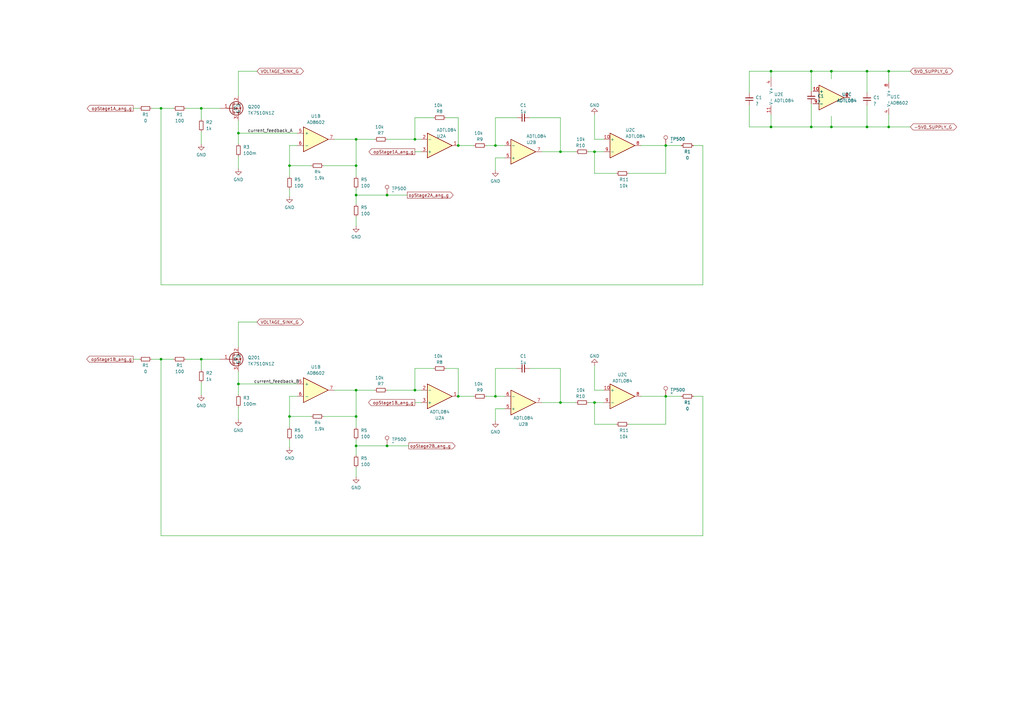
<source format=kicad_sch>
(kicad_sch (version 20230121) (generator eeschema)
  (paper "A3")
  (lib_symbols
    (symbol "ADTL084_1" (pin_names (offset 0.127))
      (property "Reference" "U" (at 2.54 6.35 0))
      (property "Value" "ADTL084" (at 2.54 3.81 0))
      (symbol "ADTL084_1_1_1"
        (polyline (pts (xy 5.08 0) (xy -5.08 5.08) (xy -5.08 -5.08) (xy 5.08 0)) (stroke (width 0.254)) (fill (type background)))
        (pin output line (at 7.62 0 180) (length 2.54) (name "~") (number "1"))
        (pin input line (at -7.62 -2.54 0) (length 2.54) (name "-") (number "2"))
        (pin input line (at -7.62 2.54 0) (length 2.54) (name "+") (number "3"))
      )
      (symbol "ADTL084_1_2_1"
        (polyline (pts (xy -5.08 5.08) (xy -5.08 -5.08) (xy 5.08 0) (xy -5.08 5.08)) (stroke (width 0.254)) (fill (type background)))
        (pin input line (at -7.62 2.54 0) (length 2.54) (name "+") (number "5"))
        (pin input line (at -7.62 -2.54 0) (length 2.54) (name "-") (number "6"))
        (pin output line (at 7.62 0 180) (length 2.54) (name "~") (number "7"))
      )
      (symbol "ADTL084_1_3_1"
        (polyline (pts (xy 5.08 0) (xy -5.08 5.08) (xy -5.08 -5.08) (xy 5.08 0)) (stroke (width 0.254)) (fill (type background)))
        (pin input line (at -7.62 2.54 0) (length 2.54) (name "+") (number "10"))
        (pin output line (at 7.62 0 180) (length 2.54) (name "~") (number "8"))
        (pin input line (at -7.62 -2.54 0) (length 2.54) (name "-") (number "9"))
      )
      (symbol "ADTL084_1_4_1"
        (polyline (pts (xy -5.08 5.08) (xy 5.08 0) (xy -5.08 -5.08) (xy -5.08 5.08)) (stroke (width 0.254)) (fill (type background)))
        (pin input line (at -7.62 2.54 0) (length 2.54) (name "+") (number "12"))
        (pin input line (at -7.62 -2.54 0) (length 2.54) (name "-") (number "13"))
        (pin output line (at 7.62 0 180) (length 2.54) (name "~") (number "14"))
      )
      (symbol "ADTL084_1_5_1"
        (pin power_in line (at 0 -7.62 90) (length 3.81) (name "V-") (number "11"))
        (pin power_in line (at 0 7.62 270) (length 3.81) (name "V+") (number "4"))
      )
    )
    (symbol "ADTL084_2" (pin_names (offset 0.127))
      (property "Reference" "U201" (at 1.27 0.635 0))
      (property "Value" "ADTL084" (at 1.27 -1.905 0))
      (symbol "ADTL084_2_1_1"
        (polyline (pts (xy 5.08 0) (xy -5.08 5.08) (xy -5.08 -5.08) (xy 5.08 0)) (stroke (width 0.254)) (fill (type background)))
        (pin output line (at 7.62 0 180) (length 2.54) (name "~") (number "1"))
        (pin no_connect line (at 0 2.54 270) (length 2.54) hide (name "NIC") (number "13"))
        (pin no_connect line (at 0 -2.54 90) (length 2.54) hide (name "NIC") (number "16"))
        (pin input line (at -7.62 -2.54 0) (length 2.54) (name "-") (number "2"))
        (pin input line (at -7.62 2.54 0) (length 2.54) (name "+") (number "3"))
      )
      (symbol "ADTL084_2_2_1"
        (polyline (pts (xy -5.08 5.08) (xy -5.08 -5.08) (xy 5.08 0) (xy -5.08 5.08)) (stroke (width 0.254)) (fill (type background)))
        (pin input line (at -7.62 2.54 0) (length 2.54) (name "+") (number "5"))
        (pin input line (at -7.62 -2.54 0) (length 2.54) (name "-") (number "6"))
        (pin output line (at 7.62 0 180) (length 2.54) (name "~") (number "7"))
      )
      (symbol "ADTL084_2_3_1"
        (polyline (pts (xy 5.08 0) (xy -5.08 5.08) (xy -5.08 -5.08) (xy 5.08 0)) (stroke (width 0.254)) (fill (type background)))
        (pin input line (at -7.62 2.54 0) (length 2.54) (name "+") (number "10"))
        (pin output line (at 7.62 0 180) (length 2.54) (name "~") (number "8"))
        (pin input line (at -7.62 -2.54 0) (length 2.54) (name "-") (number "9"))
      )
      (symbol "ADTL084_2_4_1"
        (polyline (pts (xy -5.08 5.08) (xy 5.08 0) (xy -5.08 -5.08) (xy -5.08 5.08)) (stroke (width 0.254)) (fill (type background)))
        (pin input line (at -7.62 2.54 0) (length 2.54) (name "+") (number "12"))
        (pin input line (at -7.62 -2.54 0) (length 2.54) (name "-") (number "13"))
        (pin output line (at 7.62 0 180) (length 2.54) (name "~") (number "14"))
      )
      (symbol "ADTL084_2_5_1"
        (pin power_in line (at 0 -7.62 90) (length 3.81) (name "V-") (number "11"))
        (pin power_in line (at 0 7.62 270) (length 3.81) (name "V+") (number "4"))
      )
    )
    (symbol "ADTL084_3" (pin_names (offset 0.127))
      (property "Reference" "U201" (at 1.27 0.635 0))
      (property "Value" "ADTL084" (at 1.27 -1.905 0))
      (symbol "ADTL084_3_1_1"
        (polyline (pts (xy 5.08 0) (xy -5.08 5.08) (xy -5.08 -5.08) (xy 5.08 0)) (stroke (width 0.254)) (fill (type background)))
        (pin output line (at 7.62 0 180) (length 2.54) (name "~") (number "1"))
        (pin no_connect line (at 0 2.54 270) (length 2.54) hide (name "NIC") (number "13"))
        (pin no_connect line (at 0 -2.54 90) (length 2.54) hide (name "NIC") (number "16"))
        (pin input line (at -7.62 -2.54 0) (length 2.54) (name "-") (number "2"))
        (pin input line (at -7.62 2.54 0) (length 2.54) (name "+") (number "3"))
      )
      (symbol "ADTL084_3_2_1"
        (polyline (pts (xy -5.08 5.08) (xy -5.08 -5.08) (xy 5.08 0) (xy -5.08 5.08)) (stroke (width 0.254)) (fill (type background)))
        (pin input line (at -7.62 2.54 0) (length 2.54) (name "+") (number "5"))
        (pin input line (at -7.62 -2.54 0) (length 2.54) (name "-") (number "6"))
        (pin output line (at 7.62 0 180) (length 2.54) (name "~") (number "7"))
      )
      (symbol "ADTL084_3_3_1"
        (polyline (pts (xy 5.08 0) (xy -5.08 5.08) (xy -5.08 -5.08) (xy 5.08 0)) (stroke (width 0.254)) (fill (type background)))
        (pin input line (at -7.62 2.54 0) (length 2.54) (name "+") (number "10"))
        (pin output line (at 7.62 0 180) (length 2.54) (name "~") (number "8"))
        (pin input line (at -7.62 -2.54 0) (length 2.54) (name "-") (number "9"))
      )
      (symbol "ADTL084_3_4_1"
        (polyline (pts (xy -5.08 5.08) (xy 5.08 0) (xy -5.08 -5.08) (xy -5.08 5.08)) (stroke (width 0.254)) (fill (type background)))
        (pin input line (at -7.62 2.54 0) (length 2.54) (name "+") (number "12"))
        (pin input line (at -7.62 -2.54 0) (length 2.54) (name "-") (number "13"))
        (pin output line (at 7.62 0 180) (length 2.54) (name "~") (number "14"))
      )
      (symbol "ADTL084_3_5_1"
        (pin power_in line (at 0 -7.62 90) (length 3.81) (name "V-") (number "11"))
        (pin power_in line (at 0 7.62 270) (length 3.81) (name "V+") (number "4"))
      )
    )
    (symbol "ADTL084_4" (pin_names (offset 0.127))
      (property "Reference" "U" (at 2.54 6.35 0))
      (property "Value" "ADTL084" (at 2.54 3.81 0))
      (symbol "ADTL084_4_1_1"
        (polyline (pts (xy 5.08 0) (xy -5.08 5.08) (xy -5.08 -5.08) (xy 5.08 0)) (stroke (width 0.254)) (fill (type background)))
        (pin output line (at 7.62 0 180) (length 2.54) (name "~") (number "1"))
        (pin no_connect line (at 0 2.54 270) (length 2.54) hide (name "NIC") (number "13"))
        (pin no_connect line (at 0 -2.54 90) (length 2.54) hide (name "NIC") (number "16"))
        (pin input line (at -7.62 -2.54 0) (length 2.54) (name "-") (number "2"))
        (pin input line (at -7.62 2.54 0) (length 2.54) (name "+") (number "3"))
      )
      (symbol "ADTL084_4_2_1"
        (polyline (pts (xy -5.08 5.08) (xy -5.08 -5.08) (xy 5.08 0) (xy -5.08 5.08)) (stroke (width 0.254)) (fill (type background)))
        (pin input line (at -7.62 2.54 0) (length 2.54) (name "+") (number "5"))
        (pin input line (at -7.62 -2.54 0) (length 2.54) (name "-") (number "6"))
        (pin output line (at 7.62 0 180) (length 2.54) (name "~") (number "7"))
      )
      (symbol "ADTL084_4_3_1"
        (polyline (pts (xy 5.08 0) (xy -5.08 5.08) (xy -5.08 -5.08) (xy 5.08 0)) (stroke (width 0.254)) (fill (type background)))
        (pin input line (at -7.62 2.54 0) (length 2.54) (name "+") (number "10"))
        (pin output line (at 7.62 0 180) (length 2.54) (name "~") (number "8"))
        (pin input line (at -7.62 -2.54 0) (length 2.54) (name "-") (number "9"))
      )
      (symbol "ADTL084_4_4_1"
        (polyline (pts (xy -5.08 5.08) (xy 5.08 0) (xy -5.08 -5.08) (xy -5.08 5.08)) (stroke (width 0.254)) (fill (type background)))
        (pin input line (at -7.62 2.54 0) (length 2.54) (name "+") (number "12"))
        (pin input line (at -7.62 -2.54 0) (length 2.54) (name "-") (number "13"))
        (pin output line (at 7.62 0 180) (length 2.54) (name "~") (number "14"))
      )
      (symbol "ADTL084_4_5_1"
        (pin power_in line (at 0 -7.62 90) (length 3.81) (name "V-") (number "11"))
        (pin power_in line (at 0 7.62 270) (length 3.81) (name "V+") (number "4"))
      )
    )
    (symbol "ADTL084_5" (pin_names (offset 0.127))
      (property "Reference" "U" (at 2.54 6.35 0))
      (property "Value" "ADTL084" (at 2.54 3.81 0))
      (symbol "ADTL084_5_1_1"
        (polyline (pts (xy 5.08 0) (xy -5.08 5.08) (xy -5.08 -5.08) (xy 5.08 0)) (stroke (width 0.254)) (fill (type background)))
        (pin output line (at 7.62 0 180) (length 2.54) (name "~") (number "1"))
        (pin no_connect line (at 0 2.54 270) (length 2.54) hide (name "NIC") (number "13"))
        (pin no_connect line (at 0 -2.54 90) (length 2.54) hide (name "NIC") (number "16"))
        (pin input line (at -7.62 -2.54 0) (length 2.54) (name "-") (number "2"))
        (pin input line (at -7.62 2.54 0) (length 2.54) (name "+") (number "3"))
      )
      (symbol "ADTL084_5_2_1"
        (polyline (pts (xy -5.08 5.08) (xy -5.08 -5.08) (xy 5.08 0) (xy -5.08 5.08)) (stroke (width 0.254)) (fill (type background)))
        (pin input line (at -7.62 2.54 0) (length 2.54) (name "+") (number "5"))
        (pin input line (at -7.62 -2.54 0) (length 2.54) (name "-") (number "6"))
        (pin output line (at 7.62 0 180) (length 2.54) (name "~") (number "7"))
      )
      (symbol "ADTL084_5_3_1"
        (polyline (pts (xy 5.08 0) (xy -5.08 5.08) (xy -5.08 -5.08) (xy 5.08 0)) (stroke (width 0.254)) (fill (type background)))
        (pin input line (at -7.62 2.54 0) (length 2.54) (name "+") (number "10"))
        (pin output line (at 7.62 0 180) (length 2.54) (name "~") (number "8"))
        (pin input line (at -7.62 -2.54 0) (length 2.54) (name "-") (number "9"))
      )
      (symbol "ADTL084_5_4_1"
        (polyline (pts (xy -5.08 5.08) (xy 5.08 0) (xy -5.08 -5.08) (xy -5.08 5.08)) (stroke (width 0.254)) (fill (type background)))
        (pin input line (at -7.62 2.54 0) (length 2.54) (name "+") (number "12"))
        (pin input line (at -7.62 -2.54 0) (length 2.54) (name "-") (number "13"))
        (pin output line (at 7.62 0 180) (length 2.54) (name "~") (number "14"))
      )
      (symbol "ADTL084_5_5_1"
        (pin power_in line (at 0 -7.62 90) (length 3.81) (name "V-") (number "11"))
        (pin power_in line (at 0 7.62 270) (length 3.81) (name "V+") (number "4"))
      )
    )
    (symbol "ADTL084_6" (pin_names (offset 0.127))
      (property "Reference" "U" (at 2.54 6.35 0))
      (property "Value" "ADTL084" (at 2.54 3.81 0))
      (symbol "ADTL084_6_1_1"
        (polyline (pts (xy 5.08 0) (xy -5.08 5.08) (xy -5.08 -5.08) (xy 5.08 0)) (stroke (width 0.254)) (fill (type background)))
        (pin output line (at 7.62 0 180) (length 2.54) (name "~") (number "1"))
        (pin input line (at -7.62 -2.54 0) (length 2.54) (name "-") (number "2"))
        (pin input line (at -7.62 2.54 0) (length 2.54) (name "+") (number "3"))
      )
      (symbol "ADTL084_6_2_1"
        (polyline (pts (xy -5.08 5.08) (xy -5.08 -5.08) (xy 5.08 0) (xy -5.08 5.08)) (stroke (width 0.254)) (fill (type background)))
        (pin input line (at -7.62 2.54 0) (length 2.54) (name "+") (number "5"))
        (pin input line (at -7.62 -2.54 0) (length 2.54) (name "-") (number "6"))
        (pin output line (at 7.62 0 180) (length 2.54) (name "~") (number "7"))
      )
      (symbol "ADTL084_6_3_1"
        (polyline (pts (xy 5.08 0) (xy -5.08 5.08) (xy -5.08 -5.08) (xy 5.08 0)) (stroke (width 0.254)) (fill (type background)))
        (pin input line (at -7.62 2.54 0) (length 2.54) (name "+") (number "10"))
        (pin output line (at 7.62 0 180) (length 2.54) (name "~") (number "8"))
        (pin input line (at -7.62 -2.54 0) (length 2.54) (name "-") (number "9"))
      )
      (symbol "ADTL084_6_4_1"
        (polyline (pts (xy -5.08 5.08) (xy 5.08 0) (xy -5.08 -5.08) (xy -5.08 5.08)) (stroke (width 0.254)) (fill (type background)))
        (pin input line (at -7.62 2.54 0) (length 2.54) (name "+") (number "12"))
        (pin input line (at -7.62 -2.54 0) (length 2.54) (name "-") (number "13"))
        (pin output line (at 7.62 0 180) (length 2.54) (name "~") (number "14"))
      )
      (symbol "ADTL084_6_5_1"
        (pin power_in line (at 0 -7.62 90) (length 3.81) (name "V-") (number "11"))
        (pin power_in line (at 0 7.62 270) (length 3.81) (name "V+") (number "4"))
      )
    )
    (symbol "Connector:TestPoint" (pin_numbers hide) (pin_names (offset 0.762) hide)
      (property "Reference" "TP" (at 0 6.858 0))
      (property "Value" "TestPoint" (at 0 5.08 0))
      (symbol "TestPoint_0_1"
        (circle (center 0 3.302) (radius 0.762))
      )
      (symbol "TestPoint_1_1"
        (pin passive line (at 0 0 90) (length 2.54) (name "1") (number "1"))
      )
    )
    (symbol "Device:C_Small" (pin_numbers hide) (pin_names (offset 0.254) hide)
      (property "Reference" "C" (at 0.254 1.778 0))
      (property "Value" "C_Small" (at 0.254 -2.032 0))
      (symbol "C_Small_0_1"
        (polyline (pts (xy -1.524 -0.508) (xy 1.524 -0.508)) (stroke (width 0.3302)))
        (polyline (pts (xy -1.524 0.508) (xy 1.524 0.508)) (stroke (width 0.3048)))
      )
      (symbol "C_Small_1_1"
        (pin passive line (at 0 2.54 270) (length 2.032) (name "~") (number "1"))
        (pin passive line (at 0 -2.54 90) (length 2.032) (name "~") (number "2"))
      )
    )
    (symbol "Device:R_Small" (pin_numbers hide) (pin_names (offset 0.254) hide)
      (property "Reference" "R" (at 0.762 0.508 0))
      (property "Value" "R_Small" (at 0.762 -1.016 0))
      (symbol "R_Small_0_1"
        (rectangle (start -0.762 1.778) (end 0.762 -1.778) (stroke (width 0.2032)))
      )
      (symbol "R_Small_1_1"
        (pin passive line (at 0 2.54 270) (length 0.762) (name "~") (number "1"))
        (pin passive line (at 0 -2.54 90) (length 0.762) (name "~") (number "2"))
      )
    )
    (symbol "User_MOSFET:TK7S10N1Z"
      (property "Reference" "Q" (at 2.54 3.81 0))
      (property "Value" "TK7S10N1Z" (at 7.62 1.27 0))
      (symbol "TK7S10N1Z_0_1"
        (circle (center -0.889 0) (radius 2.794) (stroke (width 0.254)))
        (circle (center 0 -1.778) (radius 0.254) (fill (type outline)))
        (polyline (pts (xy -2.286 0) (xy -5.08 0)))
        (polyline (pts (xy -2.286 1.905) (xy -2.286 -1.905)) (stroke (width 0.254)))
        (polyline (pts (xy -1.778 -1.27) (xy -1.778 -2.286)) (stroke (width 0.254)))
        (polyline (pts (xy -1.778 0.508) (xy -1.778 -0.508)) (stroke (width 0.254)))
        (polyline (pts (xy -1.778 2.286) (xy -1.778 1.27)) (stroke (width 0.254)))
        (polyline (pts (xy 0 2.54) (xy 0 1.778)))
        (polyline (pts (xy 0 -2.54) (xy 0 0) (xy -1.778 0)))
        (polyline (pts (xy -1.778 -1.778) (xy 0.762 -1.778) (xy 0.762 1.778) (xy -1.778 1.778)))
        (polyline (pts (xy -1.524 0) (xy -0.508 0.381) (xy -0.508 -0.381) (xy -1.524 0)) (fill (type outline)))
        (polyline (pts (xy 0.254 0.508) (xy 0.381 0.381) (xy 1.143 0.381) (xy 1.27 0.254)))
        (polyline (pts (xy 0.762 0.381) (xy 0.381 -0.254) (xy 1.143 -0.254) (xy 0.762 0.381)))
        (circle (center 0 1.778) (radius 0.254) (fill (type outline)))
      )
      (symbol "TK7S10N1Z_1_1"
        (pin input line (at -7.62 0 0) (length 5.08) (name "G") (number "1"))
        (pin passive line (at 0 5.08 270) (length 2.54) (name "D") (number "2"))
        (pin passive line (at 0 -5.08 90) (length 2.54) (name "S") (number "3"))
      )
    )
    (symbol "User_Opamp:AD8602"
      (property "Reference" "U" (at 3.175 1.905 0))
      (property "Value" "AD8602" (at 6.35 -0.635 0))
      (symbol "AD8602_1_1"
        (polyline (pts (xy -2.54 0) (xy 7.62 -5.08) (xy -2.54 -10.16) (xy -2.54 0)) (stroke (width 0.254)) (fill (type background)))
        (pin output line (at 10.16 -5.08 180) (length 2.54) (name "~") (number "1"))
        (pin input line (at -5.08 -7.62 0) (length 2.54) (name "-") (number "2"))
        (pin input line (at -5.08 -2.54 0) (length 2.54) (name "+") (number "3"))
      )
      (symbol "AD8602_2_1"
        (polyline (pts (xy -2.54 0) (xy 7.62 -5.08) (xy -2.54 -10.16) (xy -2.54 0)) (stroke (width 0.254)) (fill (type background)))
        (pin input line (at -5.08 -2.54 0) (length 2.54) (name "+") (number "5"))
        (pin input line (at -5.08 -7.62 0) (length 2.54) (name "-") (number "6"))
        (pin output line (at 10.16 -5.08 180) (length 2.54) (name "~") (number "7"))
      )
      (symbol "AD8602_3_1"
        (pin power_in line (at 0 -18.415 90) (length 2.54) (name "V-") (number "4"))
        (pin power_in line (at 0 -5.08 270) (length 2.54) (name "V+") (number "8"))
      )
    )
    (symbol "User_Opamp:ADTL084" (pin_names (offset 0.127))
      (property "Reference" "U" (at 2.54 6.35 0))
      (property "Value" "ADTL084" (at 2.54 3.81 0))
      (symbol "ADTL084_1_1"
        (polyline (pts (xy 5.08 0) (xy -5.08 5.08) (xy -5.08 -5.08) (xy 5.08 0)) (stroke (width 0.254)) (fill (type background)))
        (pin output line (at 7.62 0 180) (length 2.54) (name "~") (number "1"))
        (pin no_connect line (at 0 2.54 270) (length 2.54) hide (name "NIC") (number "13"))
        (pin no_connect line (at 0 -2.54 90) (length 2.54) hide (name "NIC") (number "16"))
        (pin input line (at -7.62 -2.54 0) (length 2.54) (name "-") (number "2"))
        (pin input line (at -7.62 2.54 0) (length 2.54) (name "+") (number "3"))
      )
      (symbol "ADTL084_2_1"
        (polyline (pts (xy -5.08 5.08) (xy -5.08 -5.08) (xy 5.08 0) (xy -5.08 5.08)) (stroke (width 0.254)) (fill (type background)))
        (pin input line (at -7.62 2.54 0) (length 2.54) (name "+") (number "5"))
        (pin input line (at -7.62 -2.54 0) (length 2.54) (name "-") (number "6"))
        (pin output line (at 7.62 0 180) (length 2.54) (name "~") (number "7"))
      )
      (symbol "ADTL084_3_1"
        (polyline (pts (xy 5.08 0) (xy -5.08 5.08) (xy -5.08 -5.08) (xy 5.08 0)) (stroke (width 0.254)) (fill (type background)))
        (pin input line (at -7.62 2.54 0) (length 2.54) (name "+") (number "10"))
        (pin output line (at 7.62 0 180) (length 2.54) (name "~") (number "8"))
        (pin input line (at -7.62 -2.54 0) (length 2.54) (name "-") (number "9"))
      )
      (symbol "ADTL084_4_1"
        (polyline (pts (xy -5.08 5.08) (xy 5.08 0) (xy -5.08 -5.08) (xy -5.08 5.08)) (stroke (width 0.254)) (fill (type background)))
        (pin input line (at -7.62 2.54 0) (length 2.54) (name "+") (number "12"))
        (pin input line (at -7.62 -2.54 0) (length 2.54) (name "-") (number "13"))
        (pin output line (at 7.62 0 180) (length 2.54) (name "~") (number "14"))
      )
      (symbol "ADTL084_5_1"
        (pin power_in line (at 0 -7.62 90) (length 3.81) (name "V-") (number "11"))
        (pin passive line (at 0 -7.62 90) (length 3.81) hide (name "V-") (number "17"))
        (pin power_in line (at 0 7.62 270) (length 3.81) (name "V+") (number "4"))
      )
    )
    (symbol "power:GND" (power) (pin_names (offset 0))
      (property "Value" "GND" (at 0 -3.81 0))
      (symbol "GND_0_1"
        (polyline (pts (xy 0 0) (xy 0 -1.27) (xy 1.27 -1.27) (xy 0 -2.54) (xy -1.27 -1.27) (xy 0 -1.27)))
      )
      (symbol "GND_1_1"
        (pin power_in line (at 0 0 270) (length 0) hide (name "GND") (number "1"))
      )
    )
  )
  (junction (at 146.05 170.815))
  (junction (at 158.75 182.88))
  (junction (at 203.2 162.56))
  (junction (at 82.55 147.32))
  (junction (at 364.49 29.21))
  (junction (at 146.05 160.02))
  (junction (at 229.87 165.1))
  (junction (at 66.04 44.45))
  (junction (at 146.05 67.945))
  (junction (at 340.995 29.21))
  (junction (at 316.23 52.07))
  (junction (at 203.2 59.69))
  (junction (at 146.05 182.88))
  (junction (at 170.18 57.15))
  (junction (at 146.05 80.01))
  (junction (at 118.745 170.815))
  (junction (at 273.05 162.56))
  (junction (at 364.49 52.07))
  (junction (at 187.96 59.69))
  (junction (at 66.04 147.32))
  (junction (at 273.05 59.69))
  (junction (at 243.84 62.23))
  (junction (at 170.18 160.02))
  (junction (at 146.05 57.15))
  (junction (at 355.6 52.07))
  (junction (at 158.75 80.01))
  (junction (at 97.79 54.61))
  (junction (at 316.23 29.21))
  (junction (at 82.55 44.45))
  (junction (at 332.74 29.21))
  (junction (at 355.6 29.21))
  (junction (at 97.79 157.48))
  (junction (at 243.84 165.1))
  (junction (at 187.96 162.56))
  (junction (at 340.995 52.07))
  (junction (at 229.87 62.23))
  (junction (at 118.745 67.945))
  (junction (at 332.74 52.07))
  (wire (pts (xy 243.84 57.15) (xy 243.84 46.99)))
  (wire (pts (xy 118.745 67.945) (xy 118.745 59.69)))
  (wire (pts (xy 66.04 147.32) (xy 71.12 147.32)))
  (wire (pts (xy 364.49 29.21) (xy 355.6 29.21)))
  (wire (pts (xy 146.05 80.01) (xy 146.05 83.82)))
  (wire (pts (xy 76.2 44.45) (xy 82.55 44.45)))
  (wire (pts (xy 170.18 48.26) (xy 177.8 48.26)))
  (wire (pts (xy 247.65 160.02) (xy 243.84 160.02)))
  (wire (pts (xy 187.96 151.13) (xy 187.96 162.56)))
  (wire (pts (xy 146.05 160.02) (xy 153.67 160.02)))
  (wire (pts (xy 243.84 165.1) (xy 243.84 173.99)))
  (wire (pts (xy 146.05 182.88) (xy 146.05 186.69)))
  (wire (pts (xy 241.3 62.23) (xy 243.84 62.23)))
  (wire (pts (xy 243.84 62.23) (xy 243.84 71.12)))
  (wire (pts (xy 332.74 29.21) (xy 316.23 29.21)))
  (wire (pts (xy 158.75 160.02) (xy 170.18 160.02)))
  (wire (pts (xy 158.75 57.15) (xy 170.18 57.15)))
  (wire (pts (xy 203.2 59.69) (xy 207.01 59.69)))
  (wire (pts (xy 273.05 59.69) (xy 262.89 59.69)))
  (wire (pts (xy 182.88 48.26) (xy 187.96 48.26)))
  (wire (pts (xy 146.05 57.15) (xy 146.05 67.945)))
  (wire (pts (xy 355.6 29.21) (xy 355.6 38.1)))
  (wire (pts (xy 373.38 29.21) (xy 364.49 29.21)))
  (wire (pts (xy 54.61 147.32) (xy 57.15 147.32)))
  (wire (pts (xy 316.23 52.07) (xy 316.23 46.99)))
  (wire (pts (xy 132.715 170.815) (xy 146.05 170.815)))
  (wire (pts (xy 243.84 71.12) (xy 252.73 71.12)))
  (wire (pts (xy 82.55 151.765) (xy 82.55 147.32)))
  (wire (pts (xy 66.04 116.84) (xy 66.04 44.45)))
  (wire (pts (xy 170.18 62.23) (xy 172.72 62.23)))
  (wire (pts (xy 203.2 172.72) (xy 203.2 167.64)))
  (wire (pts (xy 273.05 162.56) (xy 279.4 162.56)))
  (wire (pts (xy 187.96 59.69) (xy 194.31 59.69)))
  (wire (pts (xy 307.34 52.07) (xy 316.23 52.07)))
  (wire (pts (xy 146.05 180.34) (xy 146.05 182.88)))
  (wire (pts (xy 118.745 170.815) (xy 118.745 162.56)))
  (wire (pts (xy 247.65 57.15) (xy 243.84 57.15)))
  (wire (pts (xy 257.81 173.99) (xy 273.05 173.99)))
  (wire (pts (xy 199.39 59.69) (xy 203.2 59.69)))
  (wire (pts (xy 66.04 44.45) (xy 71.12 44.45)))
  (wire (pts (xy 182.88 151.13) (xy 187.96 151.13)))
  (wire (pts (xy 222.25 62.23) (xy 229.87 62.23)))
  (wire (pts (xy 97.79 152.4) (xy 97.79 157.48)))
  (wire (pts (xy 62.23 44.45) (xy 66.04 44.45)))
  (wire (pts (xy 243.84 160.02) (xy 243.84 149.86)))
  (wire (pts (xy 118.745 170.815) (xy 118.745 175.26)))
  (wire (pts (xy 170.18 160.02) (xy 170.18 151.13)))
  (wire (pts (xy 170.18 165.1) (xy 172.72 165.1)))
  (wire (pts (xy 241.3 165.1) (xy 243.84 165.1)))
  (wire (pts (xy 118.745 77.47) (xy 118.745 80.645)))
  (wire (pts (xy 222.25 165.1) (xy 229.87 165.1)))
  (wire (pts (xy 273.05 173.99) (xy 273.05 162.56)))
  (wire (pts (xy 355.6 43.18) (xy 355.6 52.07)))
  (wire (pts (xy 97.79 157.48) (xy 97.79 161.925)))
  (wire (pts (xy 146.05 57.15) (xy 153.67 57.15)))
  (wire (pts (xy 118.745 170.815) (xy 127.635 170.815)))
  (wire (pts (xy 158.75 80.01) (xy 167.005 80.01)))
  (wire (pts (xy 288.29 59.69) (xy 288.29 116.84)))
  (wire (pts (xy 284.48 59.69) (xy 288.29 59.69)))
  (wire (pts (xy 340.995 47.625) (xy 340.995 52.07)))
  (wire (pts (xy 316.23 52.07) (xy 332.74 52.07)))
  (wire (pts (xy 158.75 182.88) (xy 167.64 182.88)))
  (wire (pts (xy 316.23 29.21) (xy 316.23 31.75)))
  (wire (pts (xy 229.87 151.13) (xy 217.17 151.13)))
  (wire (pts (xy 97.79 167.005) (xy 97.79 172.085)))
  (wire (pts (xy 203.2 151.13) (xy 203.2 162.56)))
  (wire (pts (xy 118.745 180.34) (xy 118.745 183.515)))
  (wire (pts (xy 229.87 165.1) (xy 229.87 151.13)))
  (wire (pts (xy 62.23 147.32) (xy 66.04 147.32)))
  (wire (pts (xy 146.05 170.815) (xy 146.05 175.26)))
  (wire (pts (xy 97.79 49.53) (xy 97.79 54.61)))
  (wire (pts (xy 229.87 62.23) (xy 229.87 48.26)))
  (wire (pts (xy 340.995 29.21) (xy 332.74 29.21)))
  (wire (pts (xy 146.05 160.02) (xy 137.16 160.02)))
  (wire (pts (xy 132.715 67.945) (xy 146.05 67.945)))
  (wire (pts (xy 355.6 52.07) (xy 364.49 52.07)))
  (wire (pts (xy 332.74 29.21) (xy 332.74 37.465)))
  (wire (pts (xy 203.2 167.64) (xy 207.01 167.64)))
  (wire (pts (xy 273.05 71.12) (xy 273.05 59.69)))
  (wire (pts (xy 97.79 39.37) (xy 97.79 29.21)))
  (wire (pts (xy 146.05 191.77) (xy 146.05 195.58)))
  (wire (pts (xy 355.6 29.21) (xy 340.995 29.21)))
  (wire (pts (xy 97.79 142.24) (xy 97.79 132.08)))
  (wire (pts (xy 212.09 48.26) (xy 203.2 48.26)))
  (wire (pts (xy 332.74 42.545) (xy 332.74 52.07)))
  (wire (pts (xy 307.34 43.18) (xy 307.34 52.07)))
  (wire (pts (xy 364.49 46.99) (xy 364.49 52.07)))
  (wire (pts (xy 340.995 29.21) (xy 340.995 32.385)))
  (wire (pts (xy 118.745 67.945) (xy 118.745 72.39)))
  (wire (pts (xy 203.2 69.85) (xy 203.2 64.77)))
  (wire (pts (xy 203.2 48.26) (xy 203.2 59.69)))
  (wire (pts (xy 229.87 62.23) (xy 236.22 62.23)))
  (wire (pts (xy 170.18 57.15) (xy 170.18 48.26)))
  (wire (pts (xy 146.05 160.02) (xy 146.05 170.815)))
  (wire (pts (xy 364.49 29.21) (xy 364.49 33.655)))
  (wire (pts (xy 146.05 77.47) (xy 146.05 80.01)))
  (wire (pts (xy 340.995 52.07) (xy 355.6 52.07)))
  (wire (pts (xy 199.39 162.56) (xy 203.2 162.56)))
  (wire (pts (xy 243.84 165.1) (xy 247.65 165.1)))
  (wire (pts (xy 82.55 147.32) (xy 90.17 147.32)))
  (wire (pts (xy 243.84 62.23) (xy 247.65 62.23)))
  (wire (pts (xy 82.55 48.895) (xy 82.55 44.45)))
  (wire (pts (xy 243.84 173.99) (xy 252.73 173.99)))
  (wire (pts (xy 187.96 162.56) (xy 194.31 162.56)))
  (wire (pts (xy 229.87 165.1) (xy 236.22 165.1)))
  (wire (pts (xy 273.05 162.56) (xy 262.89 162.56)))
  (wire (pts (xy 97.79 54.61) (xy 97.79 59.055)))
  (wire (pts (xy 82.55 59.055) (xy 82.55 53.975)))
  (wire (pts (xy 284.48 162.56) (xy 288.29 162.56)))
  (wire (pts (xy 97.79 132.08) (xy 105.41 132.08)))
  (wire (pts (xy 146.05 88.9) (xy 146.05 92.71)))
  (wire (pts (xy 170.18 151.13) (xy 177.8 151.13)))
  (wire (pts (xy 203.2 162.56) (xy 207.01 162.56)))
  (wire (pts (xy 82.55 161.925) (xy 82.55 156.845)))
  (wire (pts (xy 170.18 160.02) (xy 172.72 160.02)))
  (wire (pts (xy 82.55 44.45) (xy 90.17 44.45)))
  (wire (pts (xy 229.87 48.26) (xy 217.17 48.26)))
  (wire (pts (xy 373.38 52.07) (xy 364.49 52.07)))
  (wire (pts (xy 146.05 67.945) (xy 146.05 72.39)))
  (wire (pts (xy 257.81 71.12) (xy 273.05 71.12)))
  (wire (pts (xy 118.745 67.945) (xy 127.635 67.945)))
  (wire (pts (xy 203.2 64.77) (xy 207.01 64.77)))
  (wire (pts (xy 316.23 29.21) (xy 307.34 29.21)))
  (wire (pts (xy 76.2 147.32) (xy 82.55 147.32)))
  (wire (pts (xy 212.09 151.13) (xy 203.2 151.13)))
  (wire (pts (xy 97.79 29.21) (xy 105.41 29.21)))
  (wire (pts (xy 146.05 80.01) (xy 158.75 80.01)))
  (wire (pts (xy 288.29 162.56) (xy 288.29 219.71)))
  (wire (pts (xy 97.79 157.48) (xy 121.92 157.48)))
  (wire (pts (xy 118.745 59.69) (xy 121.92 59.69)))
  (wire (pts (xy 54.61 44.45) (xy 57.15 44.45)))
  (wire (pts (xy 146.05 182.88) (xy 158.75 182.88)))
  (wire (pts (xy 332.74 52.07) (xy 340.995 52.07)))
  (wire (pts (xy 97.79 54.61) (xy 121.92 54.61)))
  (wire (pts (xy 146.05 57.15) (xy 137.16 57.15)))
  (wire (pts (xy 97.79 64.135) (xy 97.79 69.215)))
  (wire (pts (xy 307.34 29.21) (xy 307.34 38.1)))
  (wire (pts (xy 118.745 162.56) (xy 121.92 162.56)))
  (wire (pts (xy 288.29 219.71) (xy 66.04 219.71)))
  (wire (pts (xy 170.18 57.15) (xy 172.72 57.15)))
  (wire (pts (xy 273.05 59.69) (xy 279.4 59.69)))
  (wire (pts (xy 288.29 116.84) (xy 66.04 116.84)))
  (wire (pts (xy 187.96 48.26) (xy 187.96 59.69)))
  (wire (pts (xy 66.04 219.71) (xy 66.04 147.32)))
  (label "current_feedback_B" (at 104.14 157.48 0))
  (label "current_feedback_A" (at 101.6 54.61 0))
  (global_label "opStage2B_ang_g" (shape output) (at 167.64 182.88 0) (property "Intersheetrefs" "${INTERSHEET_REFS}" (effects hide)))
  (global_label "opStage1A_ang_g" (shape output) (at 54.61 44.45 180) (property "Intersheetrefs" "${INTERSHEET_REFS}" (effects hide)))
  (global_label "opStage1A_ang_g" (shape output) (at 170.18 62.23 180) (property "Intersheetrefs" "${INTERSHEET_REFS}" (effects hide)))
  (global_label "VOLTAGE_SINK_G" (shape bidirectional) (at 105.41 29.21 0) (property "Intersheetrefs" "${INTERSHEET_REFS}" (effects hide)))
  (global_label "VOLTAGE_SINK_G" (shape bidirectional) (at 105.41 132.08 0) (property "Intersheetrefs" "${INTERSHEET_REFS}" (effects hide)))
  (global_label "opStage2A_ang_g" (shape output) (at 167.005 80.01 0) (property "Intersheetrefs" "${INTERSHEET_REFS}" (effects hide)))
  (global_label "opStage1B_ang_g" (shape output) (at 54.61 147.32 180) (property "Intersheetrefs" "${INTERSHEET_REFS}" (effects hide)))
  (global_label "opStage1B_ang_g" (shape output) (at 170.18 165.1 180) (property "Intersheetrefs" "${INTERSHEET_REFS}" (effects hide)))
  (global_label "5V0_SUPPLY_G" (shape bidirectional) (at 373.38 29.21 0) (property "Intersheetrefs" "${INTERSHEET_REFS}" (effects hide)))
  (global_label "-5V0_SUPPLY_G" (shape bidirectional) (at 373.38 52.07 0) (property "Intersheetrefs" "${INTERSHEET_REFS}" (effects hide)))
  (symbol (lib_id "power:GND") (at 97.79 172.085 0) (unit 1)
    (property "Reference" "#PWR02" (effects hide))
    (property "Value" "GND" (at 97.79 176.53 0))
    (instances (project "current_sink_dev" (path "" (reference "#PWR02") (unit 1)) (path "" (reference "#PWR0208") (unit 1))))
  )
  (symbol (lib_id "Device:R_Small") (at 146.05 86.36 180) (unit 1)
    (property "Reference" "R5" (at 147.955 85.09 0) (effects (justify right)))
    (property "Value" "100" (at 147.955 87.63 0) (effects (justify right)))
    (property "Footprint" "Resistor_SMD:R_0805_2012Metric_Pad1.20x1.40mm_HandSolder" (effects hide))
    (instances (project "current_sink_dev" (path "" (reference "R5") (unit 1)) (path "" (reference "R214") (unit 1))))
  )
  (symbol (lib_id "Device:C_Small") (at 214.63 151.13 90) (unit 1)
    (property "Reference" "C1" (at 214.6363 146.05 90))
    (property "Value" "1u" (at 214.6363 148.59 90))
    (property "Footprint" "Capacitor_SMD:C_0805_2012Metric_Pad1.18x1.45mm_HandSolder" (effects hide))
    (instances (project "current_sink_dev" (path "" (reference "C1") (unit 1)) (path "" (reference "C204") (unit 1))))
  )
  (symbol (lib_id "Device:R_Small") (at 82.55 51.435 180) (unit 1)
    (property "Reference" "R2" (at 84.455 50.165 0) (effects (justify right)))
    (property "Value" "1k" (at 84.455 52.705 0) (effects (justify right)))
    (property "Footprint" "Resistor_SMD:R_0805_2012Metric_Pad1.20x1.40mm_HandSolder" (effects hide))
    (instances (project "current_sink_dev" (path "" (reference "R2") (unit 1)) (path "" (reference "R203") (unit 1))))
  )
  (symbol (lib_id "Device:C_Small") (at 355.6 40.64 180) (unit 1)
    (property "Reference" "C1" (at 358.14 39.9986 0) (effects (justify right)))
    (property "Value" "?" (at 358.14 42.5386 0) (effects (justify right)))
    (property "Footprint" "Capacitor_SMD:C_0805_2012Metric_Pad1.18x1.45mm_HandSolder" (effects hide))
    (instances (project "current_sink_dev" (path "" (reference "C1") (unit 1)) (path "" (reference "C202") (unit 1))))
  )
  (symbol (lib_name "ADTL084_1") (lib_id "User_Opamp:ADTL084") (at 180.34 59.69 0) (mirror x) (unit 1)
    (property "Reference" "U2" (at 179.07 55.88 0) (effects (justify left)))
    (property "Value" "ADTL084" (at 179.07 53.34 0) (effects (justify left)))
    (property "Footprint" "Package_SO:SOIC-14_3.9x8.7mm_P1.27mm" (effects hide))
    (property "Datasheet" "https://www.mouser.com/datasheet/2/609/ADTL082_084-3122423.pdf" (effects hide))
    (instances (project "current_sink_dev" (path "" (reference "U2") (unit 1)) (path "" (reference "U201") (unit 1))))
  )
  (symbol (lib_id "Device:R_Small") (at 118.745 177.8 180) (unit 1)
    (property "Reference" "R5" (at 120.65 176.53 0) (effects (justify right)))
    (property "Value" "100" (at 120.65 179.07 0) (effects (justify right)))
    (property "Footprint" "Resistor_SMD:R_0805_2012Metric_Pad1.20x1.40mm_HandSolder" (effects hide))
    (instances (project "current_sink_dev" (path "" (reference "R5") (unit 1)) (path "" (reference "R227") (unit 1))))
  )
  (symbol (lib_id "User_Opamp:ADTL084") (at 255.27 162.56 0) (unit 3)
    (property "Reference" "U2" (at 255.27 153.67 0))
    (property "Value" "ADTL084" (at 255.27 156.21 0))
    (property "Footprint" "Package_SO:SOIC-14_3.9x8.7mm_P1.27mm" (effects hide))
    (property "Datasheet" "https://www.mouser.com/datasheet/2/609/ADTL082_084-3122423.pdf" (effects hide))
    (instances (project "current_sink_dev" (path "" (reference "U2") (unit 3)) (path "" (reference "U202") (unit 3))))
  )
  (symbol (lib_id "power:GND") (at 146.05 195.58 0) (unit 1)
    (property "Reference" "#PWR02" (effects hide))
    (property "Value" "GND" (at 146.05 200.025 0))
    (instances (project "current_sink_dev" (path "" (reference "#PWR02") (unit 1)) (path "" (reference "#PWR0211") (unit 1))))
  )
  (symbol (lib_id "Device:R_Small") (at 146.05 189.23 180) (unit 1)
    (property "Reference" "R5" (at 147.955 187.96 0) (effects (justify right)))
    (property "Value" "100" (at 147.955 190.5 0) (effects (justify right)))
    (property "Footprint" "Resistor_SMD:R_0805_2012Metric_Pad1.20x1.40mm_HandSolder" (effects hide))
    (instances (project "current_sink_dev" (path "" (reference "R5") (unit 1)) (path "" (reference "R229") (unit 1))))
  )
  (symbol (lib_id "Device:R_Small") (at 130.175 67.945 90) (unit 1)
    (property "Reference" "R4" (at 128.905 70.485 90) (effects (justify right)))
    (property "Value" "1.9k" (at 128.905 73.025 90) (effects (justify right)))
    (property "Footprint" "Resistor_SMD:R_0805_2012Metric_Pad1.20x1.40mm_HandSolder" (effects hide))
    (instances (project "current_sink_dev" (path "" (reference "R4") (unit 1)) (path "" (reference "R209") (unit 1))))
  )
  (symbol (lib_id "Device:R_Small") (at 73.66 44.45 90) (unit 1)
    (property "Reference" "R1" (at 73.66 46.99 90))
    (property "Value" "100" (at 73.66 49.53 90))
    (property "Footprint" "Resistor_SMD:R_0805_2012Metric_Pad1.20x1.40mm_HandSolder" (effects hide))
    (instances (project "current_sink_dev" (path "" (reference "R1") (unit 1)) (path "" (reference "R201") (unit 1))))
  )
  (symbol (lib_id "power:GND") (at 82.55 59.055 0) (unit 1)
    (property "Reference" "#PWR01" (effects hide))
    (property "Value" "GND" (at 82.55 63.5 0))
    (instances (project "current_sink_dev" (path "" (reference "#PWR01") (unit 1)) (path "" (reference "#PWR0201") (unit 1))))
  )
  (symbol (lib_id "Device:R_Small") (at 146.05 74.93 180) (unit 1)
    (property "Reference" "R5" (at 147.955 73.66 0) (effects (justify right)))
    (property "Value" "100" (at 147.955 76.2 0) (effects (justify right)))
    (property "Footprint" "Resistor_SMD:R_0805_2012Metric_Pad1.20x1.40mm_HandSolder" (effects hide))
    (instances (project "current_sink_dev" (path "" (reference "R5") (unit 1)) (path "" (reference "R213") (unit 1))))
  )
  (symbol (lib_name "ADTL084_3") (lib_id "User_Opamp:ADTL084") (at 214.63 62.23 0) (mirror x) (unit 2)
    (property "Reference" "U2" (at 215.9 58.42 0) (effects (justify left)))
    (property "Value" "ADTL084" (at 215.9 55.88 0) (effects (justify left)))
    (property "Footprint" "Package_SO:SOIC-14_3.9x8.7mm_P1.27mm" (effects hide))
    (property "Datasheet" "https://www.mouser.com/datasheet/2/609/ADTL082_084-3122423.pdf" (effects hide))
    (instances (project "current_sink_dev" (path "" (reference "U2") (unit 2)) (path "" (reference "U201") (unit 2))))
  )
  (symbol (lib_id "User_Opamp:AD8602") (at 364.49 28.575 0) (unit 3)
    (property "Reference" "U1" (at 365.125 39.6875 0) (effects (justify left)))
    (property "Value" "AD8602" (at 365.125 42.2275 0) (effects (justify left)))
    (property "Footprint" "Package_SO:MSOP-8_3x3mm_P0.65mm" (effects hide))
    (property "Datasheet" "https://www.mouser.com/datasheet/2/609/ad8601_8602_8604-3119576.pdf" (effects hide))
    (instances (project "current_sink_dev" (path "" (reference "U1") (unit 3)) (path "" (reference "U200") (unit 3))))
  )
  (symbol (lib_name "ADTL084_6") (lib_id "User_Opamp:ADTL084") (at 180.34 162.56 0) (mirror x) (unit 1)
    (property "Reference" "U2" (at 180.34 171.45 0))
    (property "Value" "ADTL084" (at 180.34 168.91 0))
    (property "Footprint" "Package_SO:SOIC-14_3.9x8.7mm_P1.27mm" (effects hide))
    (property "Datasheet" "https://www.mouser.com/datasheet/2/609/ADTL082_084-3122423.pdf" (effects hide))
    (instances (project "current_sink_dev" (path "" (reference "U2") (unit 1)) (path "" (reference "U202") (unit 1))))
  )
  (symbol (lib_id "Device:C_Small") (at 307.34 40.64 180) (unit 1)
    (property "Reference" "C1" (at 309.88 39.9986 0) (effects (justify right)))
    (property "Value" "?" (at 309.88 42.5386 0) (effects (justify right)))
    (property "Footprint" "Capacitor_SMD:C_0805_2012Metric_Pad1.18x1.45mm_HandSolder" (effects hide))
    (instances (project "current_sink_dev" (path "" (reference "C1") (unit 1)) (path "" (reference "C201") (unit 1))))
  )
  (symbol (lib_id "Device:R_Small") (at 180.34 48.26 270) (unit 1)
    (property "Reference" "R8" (at 181.61 45.72 90) (effects (justify right)))
    (property "Value" "10k" (at 181.61 43.18 90) (effects (justify right)))
    (property "Footprint" "Resistor_SMD:R_0805_2012Metric_Pad1.20x1.40mm_HandSolder" (effects hide))
    (instances (project "current_sink_dev" (path "" (reference "R8") (unit 1)) (path "" (reference "R202") (unit 1))))
  )
  (symbol (lib_id "User_MOSFET:TK7S10N1Z") (at 97.79 44.45 0) (unit 1)
    (property "Reference" "Q200" (at 101.6 43.815 0) (effects (justify left)))
    (property "Value" "TK7S10N1Z" (at 101.6 46.355 0) (effects (justify left)))
    (property "Footprint" "Package_TO_SOT_SMD:TO-252-2" (effects hide))
    (property "Datasheet" "https://www.mouser.com/datasheet/2/408/TK7S10N1Z_datasheet_en_20200624-1915289.pdf" (effects hide))
    (property "Vendor" "https://www.mouser.com/ProductDetail/Toshiba/TK7S10N1ZLQ?qs=2kOmHSv6VfThK7zwu17XhA%3D%3D" (effects hide))
    (property "Price" "1.42" (effects hide))
  )
  (symbol (lib_id "power:GND") (at 203.2 172.72 0) (unit 1)
    (property "Reference" "#PWR04" (effects hide))
    (property "Value" "GND" (at 203.2 177.165 0))
    (instances (project "current_sink_dev" (path "" (reference "#PWR04") (unit 1)) (path "" (reference "#PWR0209") (unit 1))))
  )
  (symbol (lib_id "Device:R_Small") (at 118.745 74.93 180) (unit 1)
    (property "Reference" "R5" (at 120.65 73.66 0) (effects (justify right)))
    (property "Value" "100" (at 120.65 76.2 0) (effects (justify right)))
    (property "Footprint" "Resistor_SMD:R_0805_2012Metric_Pad1.20x1.40mm_HandSolder" (effects hide))
    (instances (project "current_sink_dev" (path "" (reference "R5") (unit 1)) (path "" (reference "R212") (unit 1))))
  )
  (symbol (lib_id "Device:R_Small") (at 130.175 170.815 90) (unit 1)
    (property "Reference" "R4" (at 128.905 173.355 90) (effects (justify right)))
    (property "Value" "1.9k" (at 128.905 175.895 90) (effects (justify right)))
    (property "Footprint" "Resistor_SMD:R_0805_2012Metric_Pad1.20x1.40mm_HandSolder" (effects hide))
    (instances (project "current_sink_dev" (path "" (reference "R4") (unit 1)) (path "" (reference "R224") (unit 1))))
  )
  (symbol (lib_id "power:GND") (at 243.84 46.99 180) (unit 1)
    (property "Reference" "#PWR05" (effects hide))
    (property "Value" "GND" (at 243.84 43.18 0))
    (instances (project "current_sink_dev" (path "" (reference "#PWR05") (unit 1)) (path "" (reference "#PWR0200") (unit 1))))
  )
  (symbol (lib_id "power:GND") (at 118.745 80.645 0) (unit 1)
    (property "Reference" "#PWR03" (effects hide))
    (property "Value" "GND" (at 118.745 85.09 0))
    (instances (project "current_sink_dev" (path "" (reference "#PWR03") (unit 1)) (path "" (reference "#PWR0204") (unit 1))))
  )
  (symbol (lib_id "Device:R_Small") (at 238.76 62.23 270) (unit 1)
    (property "Reference" "R10" (at 240.03 59.69 90) (effects (justify right)))
    (property "Value" "10k" (at 240.03 57.15 90) (effects (justify right)))
    (property "Footprint" "Resistor_SMD:R_0805_2012Metric_Pad1.20x1.40mm_HandSolder" (effects hide))
    (instances (project "current_sink_dev" (path "" (reference "R10") (unit 1)) (path "" (reference "R208") (unit 1))))
  )
  (symbol (lib_id "Device:R_Small") (at 97.79 61.595 180) (unit 1)
    (property "Reference" "R3" (at 99.695 60.325 0) (effects (justify right)))
    (property "Value" "100m" (at 99.695 62.865 0) (effects (justify right)))
    (property "Footprint" "Resistor_SMD:R_1206_3216Metric_Pad1.30x1.75mm_HandSolder" (effects hide))
    (instances (project "current_sink_dev" (path "" (reference "R3") (unit 1)) (path "" (reference "R207") (unit 1))))
  )
  (symbol (lib_id "Device:R_Small") (at 281.94 162.56 90) (unit 1)
    (property "Reference" "R1" (at 281.94 165.1 90))
    (property "Value" "0" (at 281.94 167.64 90))
    (property "Footprint" "Resistor_SMD:R_0805_2012Metric_Pad1.20x1.40mm_HandSolder" (effects hide))
    (instances (project "current_sink_dev" (path "" (reference "R1") (unit 1)) (path "" (reference "R221") (unit 1))))
  )
  (symbol (lib_id "User_Opamp:ADTL084") (at 214.63 165.1 0) (mirror x) (unit 2)
    (property "Reference" "U2" (at 214.63 173.99 0))
    (property "Value" "ADTL084" (at 214.63 171.45 0))
    (property "Footprint" "Package_SO:SOIC-14_3.9x8.7mm_P1.27mm" (effects hide))
    (property "Datasheet" "https://www.mouser.com/datasheet/2/609/ADTL082_084-3122423.pdf" (effects hide))
    (instances (project "current_sink_dev" (path "" (reference "U2") (unit 2)) (path "" (reference "U202") (unit 2))))
  )
  (symbol (lib_id "User_MOSFET:TK7S10N1Z") (at 97.79 147.32 0) (unit 1)
    (property "Reference" "Q201" (at 101.6 146.685 0) (effects (justify left)))
    (property "Value" "TK7S10N1Z" (at 101.6 149.225 0) (effects (justify left)))
    (property "Footprint" "Package_TO_SOT_SMD:TO-252-2" (effects hide))
    (property "Datasheet" "https://www.mouser.com/datasheet/2/408/TK7S10N1Z_datasheet_en_20200624-1915289.pdf" (effects hide))
    (property "Vendor" "https://www.mouser.com/ProductDetail/Toshiba/TK7S10N1ZLQ?qs=2kOmHSv6VfThK7zwu17XhA%3D%3D" (effects hide))
    (property "Price" "1.42" (effects hide))
  )
  (symbol (lib_id "Device:R_Small") (at 59.69 147.32 90) (unit 1)
    (property "Reference" "R1" (at 59.69 149.86 90))
    (property "Value" "0" (at 59.69 152.4 90))
    (property "Footprint" "Resistor_SMD:R_0805_2012Metric_Pad1.20x1.40mm_HandSolder" (effects hide))
    (instances (project "current_sink_dev" (path "" (reference "R1") (unit 1)) (path "" (reference "R215") (unit 1))))
  )
  (symbol (lib_id "Device:R_Small") (at 238.76 165.1 270) (unit 1)
    (property "Reference" "R10" (at 240.03 162.56 90) (effects (justify right)))
    (property "Value" "10k" (at 240.03 160.02 90) (effects (justify right)))
    (property "Footprint" "Resistor_SMD:R_0805_2012Metric_Pad1.20x1.40mm_HandSolder" (effects hide))
    (instances (project "current_sink_dev" (path "" (reference "R10") (unit 1)) (path "" (reference "R223") (unit 1))))
  )
  (symbol (lib_id "Device:R_Small") (at 255.27 71.12 90) (unit 1)
    (property "Reference" "R11" (at 254 73.66 90) (effects (justify right)))
    (property "Value" "10k" (at 254 76.2 90) (effects (justify right)))
    (property "Footprint" "Resistor_SMD:R_0805_2012Metric_Pad1.20x1.40mm_HandSolder" (effects hide))
    (instances (project "current_sink_dev" (path "" (reference "R11") (unit 1)) (path "" (reference "R210") (unit 1))))
  )
  (symbol (lib_id "Device:R_Small") (at 59.69 44.45 90) (unit 1)
    (property "Reference" "R1" (at 59.69 46.99 90))
    (property "Value" "0" (at 59.69 49.53 90))
    (property "Footprint" "Resistor_SMD:R_0805_2012Metric_Pad1.20x1.40mm_HandSolder" (effects hide))
    (instances (project "current_sink_dev" (path "" (reference "R1") (unit 1)) (path "" (reference "R200") (unit 1))))
  )
  (symbol (lib_name "ADTL084_4") (lib_id "User_Opamp:ADTL084") (at 316.23 39.37 0) (unit 5)
    (property "Reference" "U2" (at 317.5 38.735 0) (effects (justify left)))
    (property "Value" "ADTL084" (at 317.5 41.275 0) (effects (justify left)))
    (property "Footprint" "Package_SO:SOIC-14_3.9x8.7mm_P1.27mm" (effects hide))
    (property "Datasheet" "https://www.mouser.com/datasheet/2/609/ADTL082_084-3122423.pdf" (effects hide))
    (instances (project "current_sink_dev" (path "" (reference "U2") (unit 5)) (path "" (reference "U201") (unit 5))))
  )
  (symbol (lib_id "Device:R_Small") (at 156.21 57.15 270) (unit 1)
    (property "Reference" "R7" (at 157.48 54.61 90) (effects (justify right)))
    (property "Value" "10k" (at 157.48 52.07 90) (effects (justify right)))
    (property "Footprint" "Resistor_SMD:R_0805_2012Metric_Pad1.20x1.40mm_HandSolder" (effects hide))
    (instances (project "current_sink_dev" (path "" (reference "R7") (unit 1)) (path "" (reference "R204") (unit 1))))
  )
  (symbol (lib_id "power:GND") (at 203.2 69.85 0) (unit 1)
    (property "Reference" "#PWR04" (effects hide))
    (property "Value" "GND" (at 203.2 74.295 0))
    (instances (project "current_sink_dev" (path "" (reference "#PWR04") (unit 1)) (path "" (reference "#PWR0203") (unit 1))))
  )
  (symbol (lib_id "power:GND") (at 146.05 92.71 0) (unit 1)
    (property "Reference" "#PWR02" (effects hide))
    (property "Value" "GND" (at 146.05 97.155 0))
    (instances (project "current_sink_dev" (path "" (reference "#PWR02") (unit 1)) (path "" (reference "#PWR0205") (unit 1))))
  )
  (symbol (lib_id "Device:R_Small") (at 180.34 151.13 270) (unit 1)
    (property "Reference" "R8" (at 181.61 148.59 90) (effects (justify right)))
    (property "Value" "10k" (at 181.61 146.05 90) (effects (justify right)))
    (property "Footprint" "Resistor_SMD:R_0805_2012Metric_Pad1.20x1.40mm_HandSolder" (effects hide))
    (instances (project "current_sink_dev" (path "" (reference "R8") (unit 1)) (path "" (reference "R217") (unit 1))))
  )
  (symbol (lib_id "Device:C_Small") (at 332.74 40.005 180) (unit 1)
    (property "Reference" "C1" (at 335.28 39.3636 0) (effects (justify right)))
    (property "Value" "?" (at 335.28 41.9036 0) (effects (justify right)))
    (property "Footprint" "Capacitor_SMD:C_0805_2012Metric_Pad1.18x1.45mm_HandSolder" (effects hide))
    (instances (project "current_sink_dev" (path "" (reference "C1") (unit 1)) (path "" (reference "C200") (unit 1))))
  )
  (symbol (lib_id "Device:C_Small") (at 214.63 48.26 90) (unit 1)
    (property "Reference" "C1" (at 214.6363 43.18 90))
    (property "Value" "1u" (at 214.6363 45.72 90))
    (property "Footprint" "Capacitor_SMD:C_0805_2012Metric_Pad1.18x1.45mm_HandSolder" (effects hide))
    (instances (project "current_sink_dev" (path "" (reference "C1") (unit 1)) (path "" (reference "C203") (unit 1))))
  )
  (symbol (lib_id "Connector:TestPoint") (at 158.75 80.01 0) (unit 1)
    (property "Reference" "TP500" (at 160.655 77.343 0) (effects (justify left)))
    (property "Value" "~" (at 160.655 78.613 0) (effects (justify left)))
    (property "Footprint" "TestPoint:TestPoint_Pad_D1.0mm" (effects hide))
    (instances (project "current_sink_dev" (path "" (reference "TP500") (unit 1)) (path "" (reference "TP503") (unit 1))))
  )
  (symbol (lib_id "Device:R_Small") (at 156.21 160.02 270) (unit 1)
    (property "Reference" "R7" (at 157.48 157.48 90) (effects (justify right)))
    (property "Value" "10k" (at 157.48 154.94 90) (effects (justify right)))
    (property "Footprint" "Resistor_SMD:R_0805_2012Metric_Pad1.20x1.40mm_HandSolder" (effects hide))
    (instances (project "current_sink_dev" (path "" (reference "R7") (unit 1)) (path "" (reference "R219") (unit 1))))
  )
  (symbol (lib_id "power:GND") (at 82.55 161.925 0) (unit 1)
    (property "Reference" "#PWR01" (effects hide))
    (property "Value" "GND" (at 82.55 166.37 0))
    (instances (project "current_sink_dev" (path "" (reference "#PWR01") (unit 1)) (path "" (reference "#PWR0207") (unit 1))))
  )
  (symbol (lib_id "Connector:TestPoint") (at 273.05 162.56 0) (unit 1)
    (property "Reference" "TP500" (at 274.955 159.893 0) (effects (justify left)))
    (property "Value" "~" (at 274.955 161.163 0) (effects (justify left)))
    (property "Footprint" "TestPoint:TestPoint_Pad_D1.0mm" (effects hide))
    (instances (project "current_sink_dev" (path "" (reference "TP500") (unit 1)) (path "" (reference "TP505") (unit 1))))
  )
  (symbol (lib_name "ADTL084_2") (lib_id "User_Opamp:ADTL084") (at 255.27 59.69 0) (unit 3)
    (property "Reference" "U2" (at 256.54 53.34 0) (effects (justify left)))
    (property "Value" "ADTL084" (at 256.54 55.88 0) (effects (justify left)))
    (property "Footprint" "Package_SO:SOIC-14_3.9x8.7mm_P1.27mm" (effects hide))
    (property "Datasheet" "https://www.mouser.com/datasheet/2/609/ADTL082_084-3122423.pdf" (effects hide))
    (instances (project "current_sink_dev" (path "" (reference "U2") (unit 3)) (path "" (reference "U201") (unit 3))))
  )
  (symbol (lib_id "Connector:TestPoint") (at 158.75 182.88 0) (unit 1)
    (property "Reference" "TP500" (at 160.655 180.213 0) (effects (justify left)))
    (property "Value" "~" (at 160.655 181.483 0) (effects (justify left)))
    (property "Footprint" "TestPoint:TestPoint_Pad_D1.0mm" (effects hide))
    (instances (project "current_sink_dev" (path "" (reference "TP500") (unit 1)) (path "" (reference "TP504") (unit 1))))
  )
  (symbol (lib_id "Device:R_Small") (at 82.55 154.305 180) (unit 1)
    (property "Reference" "R2" (at 84.455 153.035 0) (effects (justify right)))
    (property "Value" "1k" (at 84.455 155.575 0) (effects (justify right)))
    (property "Footprint" "Resistor_SMD:R_0805_2012Metric_Pad1.20x1.40mm_HandSolder" (effects hide))
    (instances (project "current_sink_dev" (path "" (reference "R2") (unit 1)) (path "" (reference "R218") (unit 1))))
  )
  (symbol (lib_id "Device:R_Small") (at 196.85 162.56 270) (unit 1)
    (property "Reference" "R9" (at 198.12 160.02 90) (effects (justify right)))
    (property "Value" "10k" (at 198.12 157.48 90) (effects (justify right)))
    (property "Footprint" "Resistor_SMD:R_0805_2012Metric_Pad1.20x1.40mm_HandSolder" (effects hide))
    (instances (project "current_sink_dev" (path "" (reference "R9") (unit 1)) (path "" (reference "R220") (unit 1))))
  )
  (symbol (lib_id "power:GND") (at 118.745 183.515 0) (unit 1)
    (property "Reference" "#PWR03" (effects hide))
    (property "Value" "GND" (at 118.745 187.96 0))
    (instances (project "current_sink_dev" (path "" (reference "#PWR03") (unit 1)) (path "" (reference "#PWR0210") (unit 1))))
  )
  (symbol (lib_id "power:GND") (at 243.84 149.86 180) (unit 1)
    (property "Reference" "#PWR05" (effects hide))
    (property "Value" "GND" (at 243.84 146.05 0))
    (instances (project "current_sink_dev" (path "" (reference "#PWR05") (unit 1)) (path "" (reference "#PWR0206") (unit 1))))
  )
  (symbol (lib_id "Connector:TestPoint") (at 273.05 59.69 0) (unit 1)
    (property "Reference" "TP500" (at 274.955 57.023 0) (effects (justify left)))
    (property "Value" "~" (at 274.955 58.293 0) (effects (justify left)))
    (property "Footprint" "TestPoint:TestPoint_Pad_D1.0mm" (effects hide))
    (instances (project "current_sink_dev" (path "" (reference "TP500") (unit 1)) (path "" (reference "TP506") (unit 1))))
  )
  (symbol (lib_id "User_Opamp:AD8602") (at 127 154.94 0) (unit 2)
    (property "Reference" "U1" (at 129.54 150.495 0))
    (property "Value" "AD8602" (at 129.54 153.035 0))
    (property "Footprint" "Package_SO:MSOP-8_3x3mm_P0.65mm" (effects hide))
    (property "Datasheet" "https://www.mouser.com/datasheet/2/609/ad8601_8602_8604-3119576.pdf" (effects hide))
    (instances (project "current_sink_dev" (path "" (reference "U1") (unit 2)) (path "" (reference "U200") (unit 2))))
  )
  (symbol (lib_id "Device:R_Small") (at 196.85 59.69 270) (unit 1)
    (property "Reference" "R9" (at 198.12 57.15 90) (effects (justify right)))
    (property "Value" "10k" (at 198.12 54.61 90) (effects (justify right)))
    (property "Footprint" "Resistor_SMD:R_0805_2012Metric_Pad1.20x1.40mm_HandSolder" (effects hide))
    (instances (project "current_sink_dev" (path "" (reference "R9") (unit 1)) (path "" (reference "R205") (unit 1))))
  )
  (symbol (lib_id "Device:R_Small") (at 146.05 177.8 180) (unit 1)
    (property "Reference" "R5" (at 147.955 176.53 0) (effects (justify right)))
    (property "Value" "100" (at 147.955 179.07 0) (effects (justify right)))
    (property "Footprint" "Resistor_SMD:R_0805_2012Metric_Pad1.20x1.40mm_HandSolder" (effects hide))
    (instances (project "current_sink_dev" (path "" (reference "R5") (unit 1)) (path "" (reference "R228") (unit 1))))
  )
  (symbol (lib_id "User_Opamp:AD8602") (at 127 52.07 0) (unit 2)
    (property "Reference" "U1" (at 129.54 47.625 0))
    (property "Value" "AD8602" (at 129.54 50.165 0))
    (property "Footprint" "Package_SO:MSOP-8_3x3mm_P0.65mm" (effects hide))
    (property "Datasheet" "https://www.mouser.com/datasheet/2/609/ad8601_8602_8604-3119576.pdf" (effects hide))
    (instances (project "current_sink_dev" (path "" (reference "U1") (unit 2)) (path "" (reference "U200") (unit 1))))
  )
  (symbol (lib_id "Device:R_Small") (at 73.66 147.32 90) (unit 1)
    (property "Reference" "R1" (at 73.66 149.86 90))
    (property "Value" "100" (at 73.66 152.4 90))
    (property "Footprint" "Resistor_SMD:R_0805_2012Metric_Pad1.20x1.40mm_HandSolder" (effects hide))
    (instances (project "current_sink_dev" (path "" (reference "R1") (unit 1)) (path "" (reference "R216") (unit 1))))
  )
  (symbol (lib_id "Device:R_Small") (at 255.27 173.99 90) (unit 1)
    (property "Reference" "R11" (at 254 176.53 90) (effects (justify right)))
    (property "Value" "10k" (at 254 179.07 90) (effects (justify right)))
    (property "Footprint" "Resistor_SMD:R_0805_2012Metric_Pad1.20x1.40mm_HandSolder" (effects hide))
    (instances (project "current_sink_dev" (path "" (reference "R11") (unit 1)) (path "" (reference "R225") (unit 1))))
  )
  (symbol (lib_id "Device:R_Small") (at 97.79 164.465 180) (unit 1)
    (property "Reference" "R3" (at 99.695 163.195 0) (effects (justify right)))
    (property "Value" "100m" (at 99.695 165.735 0) (effects (justify right)))
    (property "Footprint" "Resistor_SMD:R_1206_3216Metric_Pad1.30x1.75mm_HandSolder" (effects hide))
    (instances (project "current_sink_dev" (path "" (reference "R3") (unit 1)) (path "" (reference "R222") (unit 1))))
  )
  (symbol (lib_id "Device:R_Small") (at 281.94 59.69 90) (unit 1)
    (property "Reference" "R1" (at 281.94 62.23 90))
    (property "Value" "0" (at 281.94 64.77 90))
    (property "Footprint" "Resistor_SMD:R_0805_2012Metric_Pad1.20x1.40mm_HandSolder" (effects hide))
    (instances (project "current_sink_dev" (path "" (reference "R1") (unit 1)) (path "" (reference "R206") (unit 1))))
  )
  (symbol (lib_id "power:GND") (at 97.79 69.215 0) (unit 1)
    (property "Reference" "#PWR02" (effects hide))
    (property "Value" "GND" (at 97.79 73.66 0))
    (instances (project "current_sink_dev" (path "" (reference "#PWR02") (unit 1)) (path "" (reference "#PWR0202") (unit 1))))
  )
  (symbol (lib_name "ADTL084_5") (lib_id "User_Opamp:ADTL084") (at 340.995 40.005 0) (unit 3)
    (property "Reference" "U2" (at 347.345 38.735 0))
    (property "Value" "ADTL084" (at 347.345 41.275 0))
    (property "Footprint" "Package_SO:SOIC-14_3.9x8.7mm_P1.27mm" (effects hide))
    (property "Datasheet" "https://www.mouser.com/datasheet/2/609/ADTL082_084-3122423.pdf" (effects hide))
    (instances (project "current_sink_dev" (path "" (reference "U2") (unit 3)) (path "" (reference "U202") (unit 5))))
  )
)
</source>
